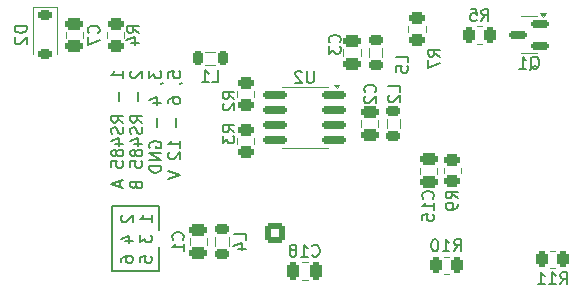
<source format=gbo>
G04 #@! TF.GenerationSoftware,KiCad,Pcbnew,8.0.5*
G04 #@! TF.CreationDate,2024-09-14T16:18:36+01:00*
G04 #@! TF.ProjectId,RotationEncoder,526f7461-7469-46f6-9e45-6e636f646572,rev?*
G04 #@! TF.SameCoordinates,Original*
G04 #@! TF.FileFunction,Legend,Bot*
G04 #@! TF.FilePolarity,Positive*
%FSLAX46Y46*%
G04 Gerber Fmt 4.6, Leading zero omitted, Abs format (unit mm)*
G04 Created by KiCad (PCBNEW 8.0.5) date 2024-09-14 16:18:36*
%MOMM*%
%LPD*%
G01*
G04 APERTURE LIST*
G04 Aperture macros list*
%AMRoundRect*
0 Rectangle with rounded corners*
0 $1 Rounding radius*
0 $2 $3 $4 $5 $6 $7 $8 $9 X,Y pos of 4 corners*
0 Add a 4 corners polygon primitive as box body*
4,1,4,$2,$3,$4,$5,$6,$7,$8,$9,$2,$3,0*
0 Add four circle primitives for the rounded corners*
1,1,$1+$1,$2,$3*
1,1,$1+$1,$4,$5*
1,1,$1+$1,$6,$7*
1,1,$1+$1,$8,$9*
0 Add four rect primitives between the rounded corners*
20,1,$1+$1,$2,$3,$4,$5,0*
20,1,$1+$1,$4,$5,$6,$7,0*
20,1,$1+$1,$6,$7,$8,$9,0*
20,1,$1+$1,$8,$9,$2,$3,0*%
G04 Aperture macros list end*
%ADD10C,0.150000*%
%ADD11C,0.120000*%
%ADD12C,3.200000*%
%ADD13RoundRect,0.250000X0.600000X-0.600000X0.600000X0.600000X-0.600000X0.600000X-0.600000X-0.600000X0*%
%ADD14C,1.700000*%
%ADD15R,1.700000X1.700000*%
%ADD16O,1.700000X1.700000*%
%ADD17RoundRect,0.250000X0.450000X-0.262500X0.450000X0.262500X-0.450000X0.262500X-0.450000X-0.262500X0*%
%ADD18RoundRect,0.218750X0.381250X-0.218750X0.381250X0.218750X-0.381250X0.218750X-0.381250X-0.218750X0*%
%ADD19RoundRect,0.250000X0.475000X-0.250000X0.475000X0.250000X-0.475000X0.250000X-0.475000X-0.250000X0*%
%ADD20RoundRect,0.150000X0.587500X0.150000X-0.587500X0.150000X-0.587500X-0.150000X0.587500X-0.150000X0*%
%ADD21RoundRect,0.250000X0.262500X0.450000X-0.262500X0.450000X-0.262500X-0.450000X0.262500X-0.450000X0*%
%ADD22RoundRect,0.250000X-0.475000X0.250000X-0.475000X-0.250000X0.475000X-0.250000X0.475000X0.250000X0*%
%ADD23RoundRect,0.150000X0.825000X0.150000X-0.825000X0.150000X-0.825000X-0.150000X0.825000X-0.150000X0*%
%ADD24RoundRect,0.225000X-0.375000X0.225000X-0.375000X-0.225000X0.375000X-0.225000X0.375000X0.225000X0*%
%ADD25RoundRect,0.250000X-0.450000X0.262500X-0.450000X-0.262500X0.450000X-0.262500X0.450000X0.262500X0*%
%ADD26RoundRect,0.218750X-0.381250X0.218750X-0.381250X-0.218750X0.381250X-0.218750X0.381250X0.218750X0*%
%ADD27RoundRect,0.250000X-0.262500X-0.450000X0.262500X-0.450000X0.262500X0.450000X-0.262500X0.450000X0*%
%ADD28RoundRect,0.218750X-0.218750X-0.381250X0.218750X-0.381250X0.218750X0.381250X-0.218750X0.381250X0*%
%ADD29RoundRect,0.250000X0.250000X0.475000X-0.250000X0.475000X-0.250000X-0.475000X0.250000X-0.475000X0*%
G04 APERTURE END LIST*
D10*
X132700000Y-101000000D02*
X132700000Y-103000000D01*
X128700000Y-97500000D02*
X132700000Y-97500000D01*
X132700000Y-103000000D02*
X128700000Y-103000000D01*
X132700000Y-97500000D02*
X132700000Y-99500000D01*
X128700000Y-103000000D02*
X128700000Y-97500000D01*
X129639987Y-86660588D02*
X129639987Y-86089160D01*
X129639987Y-86374874D02*
X128639987Y-86374874D01*
X128639987Y-86374874D02*
X128782844Y-86279636D01*
X128782844Y-86279636D02*
X128878082Y-86184398D01*
X128878082Y-86184398D02*
X128925701Y-86089160D01*
X129259034Y-87851065D02*
X129259034Y-88612970D01*
X129639987Y-90422493D02*
X129163796Y-90089160D01*
X129639987Y-89851065D02*
X128639987Y-89851065D01*
X128639987Y-89851065D02*
X128639987Y-90232017D01*
X128639987Y-90232017D02*
X128687606Y-90327255D01*
X128687606Y-90327255D02*
X128735225Y-90374874D01*
X128735225Y-90374874D02*
X128830463Y-90422493D01*
X128830463Y-90422493D02*
X128973320Y-90422493D01*
X128973320Y-90422493D02*
X129068558Y-90374874D01*
X129068558Y-90374874D02*
X129116177Y-90327255D01*
X129116177Y-90327255D02*
X129163796Y-90232017D01*
X129163796Y-90232017D02*
X129163796Y-89851065D01*
X129592368Y-90803446D02*
X129639987Y-90946303D01*
X129639987Y-90946303D02*
X129639987Y-91184398D01*
X129639987Y-91184398D02*
X129592368Y-91279636D01*
X129592368Y-91279636D02*
X129544748Y-91327255D01*
X129544748Y-91327255D02*
X129449510Y-91374874D01*
X129449510Y-91374874D02*
X129354272Y-91374874D01*
X129354272Y-91374874D02*
X129259034Y-91327255D01*
X129259034Y-91327255D02*
X129211415Y-91279636D01*
X129211415Y-91279636D02*
X129163796Y-91184398D01*
X129163796Y-91184398D02*
X129116177Y-90993922D01*
X129116177Y-90993922D02*
X129068558Y-90898684D01*
X129068558Y-90898684D02*
X129020939Y-90851065D01*
X129020939Y-90851065D02*
X128925701Y-90803446D01*
X128925701Y-90803446D02*
X128830463Y-90803446D01*
X128830463Y-90803446D02*
X128735225Y-90851065D01*
X128735225Y-90851065D02*
X128687606Y-90898684D01*
X128687606Y-90898684D02*
X128639987Y-90993922D01*
X128639987Y-90993922D02*
X128639987Y-91232017D01*
X128639987Y-91232017D02*
X128687606Y-91374874D01*
X128973320Y-92232017D02*
X129639987Y-92232017D01*
X128592368Y-91993922D02*
X129306653Y-91755827D01*
X129306653Y-91755827D02*
X129306653Y-92374874D01*
X129068558Y-92898684D02*
X129020939Y-92803446D01*
X129020939Y-92803446D02*
X128973320Y-92755827D01*
X128973320Y-92755827D02*
X128878082Y-92708208D01*
X128878082Y-92708208D02*
X128830463Y-92708208D01*
X128830463Y-92708208D02*
X128735225Y-92755827D01*
X128735225Y-92755827D02*
X128687606Y-92803446D01*
X128687606Y-92803446D02*
X128639987Y-92898684D01*
X128639987Y-92898684D02*
X128639987Y-93089160D01*
X128639987Y-93089160D02*
X128687606Y-93184398D01*
X128687606Y-93184398D02*
X128735225Y-93232017D01*
X128735225Y-93232017D02*
X128830463Y-93279636D01*
X128830463Y-93279636D02*
X128878082Y-93279636D01*
X128878082Y-93279636D02*
X128973320Y-93232017D01*
X128973320Y-93232017D02*
X129020939Y-93184398D01*
X129020939Y-93184398D02*
X129068558Y-93089160D01*
X129068558Y-93089160D02*
X129068558Y-92898684D01*
X129068558Y-92898684D02*
X129116177Y-92803446D01*
X129116177Y-92803446D02*
X129163796Y-92755827D01*
X129163796Y-92755827D02*
X129259034Y-92708208D01*
X129259034Y-92708208D02*
X129449510Y-92708208D01*
X129449510Y-92708208D02*
X129544748Y-92755827D01*
X129544748Y-92755827D02*
X129592368Y-92803446D01*
X129592368Y-92803446D02*
X129639987Y-92898684D01*
X129639987Y-92898684D02*
X129639987Y-93089160D01*
X129639987Y-93089160D02*
X129592368Y-93184398D01*
X129592368Y-93184398D02*
X129544748Y-93232017D01*
X129544748Y-93232017D02*
X129449510Y-93279636D01*
X129449510Y-93279636D02*
X129259034Y-93279636D01*
X129259034Y-93279636D02*
X129163796Y-93232017D01*
X129163796Y-93232017D02*
X129116177Y-93184398D01*
X129116177Y-93184398D02*
X129068558Y-93089160D01*
X128639987Y-94184398D02*
X128639987Y-93708208D01*
X128639987Y-93708208D02*
X129116177Y-93660589D01*
X129116177Y-93660589D02*
X129068558Y-93708208D01*
X129068558Y-93708208D02*
X129020939Y-93803446D01*
X129020939Y-93803446D02*
X129020939Y-94041541D01*
X129020939Y-94041541D02*
X129068558Y-94136779D01*
X129068558Y-94136779D02*
X129116177Y-94184398D01*
X129116177Y-94184398D02*
X129211415Y-94232017D01*
X129211415Y-94232017D02*
X129449510Y-94232017D01*
X129449510Y-94232017D02*
X129544748Y-94184398D01*
X129544748Y-94184398D02*
X129592368Y-94136779D01*
X129592368Y-94136779D02*
X129639987Y-94041541D01*
X129639987Y-94041541D02*
X129639987Y-93803446D01*
X129639987Y-93803446D02*
X129592368Y-93708208D01*
X129592368Y-93708208D02*
X129544748Y-93660589D01*
X129354272Y-95374875D02*
X129354272Y-95851065D01*
X129639987Y-95279637D02*
X128639987Y-95612970D01*
X128639987Y-95612970D02*
X129639987Y-95946303D01*
X130345169Y-86089160D02*
X130297550Y-86136779D01*
X130297550Y-86136779D02*
X130249931Y-86232017D01*
X130249931Y-86232017D02*
X130249931Y-86470112D01*
X130249931Y-86470112D02*
X130297550Y-86565350D01*
X130297550Y-86565350D02*
X130345169Y-86612969D01*
X130345169Y-86612969D02*
X130440407Y-86660588D01*
X130440407Y-86660588D02*
X130535645Y-86660588D01*
X130535645Y-86660588D02*
X130678502Y-86612969D01*
X130678502Y-86612969D02*
X131249931Y-86041541D01*
X131249931Y-86041541D02*
X131249931Y-86660588D01*
X130868978Y-87851065D02*
X130868978Y-88612970D01*
X131249931Y-90422493D02*
X130773740Y-90089160D01*
X131249931Y-89851065D02*
X130249931Y-89851065D01*
X130249931Y-89851065D02*
X130249931Y-90232017D01*
X130249931Y-90232017D02*
X130297550Y-90327255D01*
X130297550Y-90327255D02*
X130345169Y-90374874D01*
X130345169Y-90374874D02*
X130440407Y-90422493D01*
X130440407Y-90422493D02*
X130583264Y-90422493D01*
X130583264Y-90422493D02*
X130678502Y-90374874D01*
X130678502Y-90374874D02*
X130726121Y-90327255D01*
X130726121Y-90327255D02*
X130773740Y-90232017D01*
X130773740Y-90232017D02*
X130773740Y-89851065D01*
X131202312Y-90803446D02*
X131249931Y-90946303D01*
X131249931Y-90946303D02*
X131249931Y-91184398D01*
X131249931Y-91184398D02*
X131202312Y-91279636D01*
X131202312Y-91279636D02*
X131154692Y-91327255D01*
X131154692Y-91327255D02*
X131059454Y-91374874D01*
X131059454Y-91374874D02*
X130964216Y-91374874D01*
X130964216Y-91374874D02*
X130868978Y-91327255D01*
X130868978Y-91327255D02*
X130821359Y-91279636D01*
X130821359Y-91279636D02*
X130773740Y-91184398D01*
X130773740Y-91184398D02*
X130726121Y-90993922D01*
X130726121Y-90993922D02*
X130678502Y-90898684D01*
X130678502Y-90898684D02*
X130630883Y-90851065D01*
X130630883Y-90851065D02*
X130535645Y-90803446D01*
X130535645Y-90803446D02*
X130440407Y-90803446D01*
X130440407Y-90803446D02*
X130345169Y-90851065D01*
X130345169Y-90851065D02*
X130297550Y-90898684D01*
X130297550Y-90898684D02*
X130249931Y-90993922D01*
X130249931Y-90993922D02*
X130249931Y-91232017D01*
X130249931Y-91232017D02*
X130297550Y-91374874D01*
X130583264Y-92232017D02*
X131249931Y-92232017D01*
X130202312Y-91993922D02*
X130916597Y-91755827D01*
X130916597Y-91755827D02*
X130916597Y-92374874D01*
X130678502Y-92898684D02*
X130630883Y-92803446D01*
X130630883Y-92803446D02*
X130583264Y-92755827D01*
X130583264Y-92755827D02*
X130488026Y-92708208D01*
X130488026Y-92708208D02*
X130440407Y-92708208D01*
X130440407Y-92708208D02*
X130345169Y-92755827D01*
X130345169Y-92755827D02*
X130297550Y-92803446D01*
X130297550Y-92803446D02*
X130249931Y-92898684D01*
X130249931Y-92898684D02*
X130249931Y-93089160D01*
X130249931Y-93089160D02*
X130297550Y-93184398D01*
X130297550Y-93184398D02*
X130345169Y-93232017D01*
X130345169Y-93232017D02*
X130440407Y-93279636D01*
X130440407Y-93279636D02*
X130488026Y-93279636D01*
X130488026Y-93279636D02*
X130583264Y-93232017D01*
X130583264Y-93232017D02*
X130630883Y-93184398D01*
X130630883Y-93184398D02*
X130678502Y-93089160D01*
X130678502Y-93089160D02*
X130678502Y-92898684D01*
X130678502Y-92898684D02*
X130726121Y-92803446D01*
X130726121Y-92803446D02*
X130773740Y-92755827D01*
X130773740Y-92755827D02*
X130868978Y-92708208D01*
X130868978Y-92708208D02*
X131059454Y-92708208D01*
X131059454Y-92708208D02*
X131154692Y-92755827D01*
X131154692Y-92755827D02*
X131202312Y-92803446D01*
X131202312Y-92803446D02*
X131249931Y-92898684D01*
X131249931Y-92898684D02*
X131249931Y-93089160D01*
X131249931Y-93089160D02*
X131202312Y-93184398D01*
X131202312Y-93184398D02*
X131154692Y-93232017D01*
X131154692Y-93232017D02*
X131059454Y-93279636D01*
X131059454Y-93279636D02*
X130868978Y-93279636D01*
X130868978Y-93279636D02*
X130773740Y-93232017D01*
X130773740Y-93232017D02*
X130726121Y-93184398D01*
X130726121Y-93184398D02*
X130678502Y-93089160D01*
X130249931Y-94184398D02*
X130249931Y-93708208D01*
X130249931Y-93708208D02*
X130726121Y-93660589D01*
X130726121Y-93660589D02*
X130678502Y-93708208D01*
X130678502Y-93708208D02*
X130630883Y-93803446D01*
X130630883Y-93803446D02*
X130630883Y-94041541D01*
X130630883Y-94041541D02*
X130678502Y-94136779D01*
X130678502Y-94136779D02*
X130726121Y-94184398D01*
X130726121Y-94184398D02*
X130821359Y-94232017D01*
X130821359Y-94232017D02*
X131059454Y-94232017D01*
X131059454Y-94232017D02*
X131154692Y-94184398D01*
X131154692Y-94184398D02*
X131202312Y-94136779D01*
X131202312Y-94136779D02*
X131249931Y-94041541D01*
X131249931Y-94041541D02*
X131249931Y-93803446D01*
X131249931Y-93803446D02*
X131202312Y-93708208D01*
X131202312Y-93708208D02*
X131154692Y-93660589D01*
X130726121Y-95755827D02*
X130773740Y-95898684D01*
X130773740Y-95898684D02*
X130821359Y-95946303D01*
X130821359Y-95946303D02*
X130916597Y-95993922D01*
X130916597Y-95993922D02*
X131059454Y-95993922D01*
X131059454Y-95993922D02*
X131154692Y-95946303D01*
X131154692Y-95946303D02*
X131202312Y-95898684D01*
X131202312Y-95898684D02*
X131249931Y-95803446D01*
X131249931Y-95803446D02*
X131249931Y-95422494D01*
X131249931Y-95422494D02*
X130249931Y-95422494D01*
X130249931Y-95422494D02*
X130249931Y-95755827D01*
X130249931Y-95755827D02*
X130297550Y-95851065D01*
X130297550Y-95851065D02*
X130345169Y-95898684D01*
X130345169Y-95898684D02*
X130440407Y-95946303D01*
X130440407Y-95946303D02*
X130535645Y-95946303D01*
X130535645Y-95946303D02*
X130630883Y-95898684D01*
X130630883Y-95898684D02*
X130678502Y-95851065D01*
X130678502Y-95851065D02*
X130726121Y-95755827D01*
X130726121Y-95755827D02*
X130726121Y-95422494D01*
X131859875Y-86041541D02*
X131859875Y-86660588D01*
X131859875Y-86660588D02*
X132240827Y-86327255D01*
X132240827Y-86327255D02*
X132240827Y-86470112D01*
X132240827Y-86470112D02*
X132288446Y-86565350D01*
X132288446Y-86565350D02*
X132336065Y-86612969D01*
X132336065Y-86612969D02*
X132431303Y-86660588D01*
X132431303Y-86660588D02*
X132669398Y-86660588D01*
X132669398Y-86660588D02*
X132764636Y-86612969D01*
X132764636Y-86612969D02*
X132812256Y-86565350D01*
X132812256Y-86565350D02*
X132859875Y-86470112D01*
X132859875Y-86470112D02*
X132859875Y-86184398D01*
X132859875Y-86184398D02*
X132812256Y-86089160D01*
X132812256Y-86089160D02*
X132764636Y-86041541D01*
X132812256Y-87136779D02*
X132859875Y-87136779D01*
X132859875Y-87136779D02*
X132955113Y-87089160D01*
X132955113Y-87089160D02*
X133002732Y-87041541D01*
X132193208Y-88755826D02*
X132859875Y-88755826D01*
X131812256Y-88517731D02*
X132526541Y-88279636D01*
X132526541Y-88279636D02*
X132526541Y-88898683D01*
X132478922Y-90041541D02*
X132478922Y-90803446D01*
X131907494Y-92565350D02*
X131859875Y-92470112D01*
X131859875Y-92470112D02*
X131859875Y-92327255D01*
X131859875Y-92327255D02*
X131907494Y-92184398D01*
X131907494Y-92184398D02*
X132002732Y-92089160D01*
X132002732Y-92089160D02*
X132097970Y-92041541D01*
X132097970Y-92041541D02*
X132288446Y-91993922D01*
X132288446Y-91993922D02*
X132431303Y-91993922D01*
X132431303Y-91993922D02*
X132621779Y-92041541D01*
X132621779Y-92041541D02*
X132717017Y-92089160D01*
X132717017Y-92089160D02*
X132812256Y-92184398D01*
X132812256Y-92184398D02*
X132859875Y-92327255D01*
X132859875Y-92327255D02*
X132859875Y-92422493D01*
X132859875Y-92422493D02*
X132812256Y-92565350D01*
X132812256Y-92565350D02*
X132764636Y-92612969D01*
X132764636Y-92612969D02*
X132431303Y-92612969D01*
X132431303Y-92612969D02*
X132431303Y-92422493D01*
X132859875Y-93041541D02*
X131859875Y-93041541D01*
X131859875Y-93041541D02*
X132859875Y-93612969D01*
X132859875Y-93612969D02*
X131859875Y-93612969D01*
X132859875Y-94089160D02*
X131859875Y-94089160D01*
X131859875Y-94089160D02*
X131859875Y-94327255D01*
X131859875Y-94327255D02*
X131907494Y-94470112D01*
X131907494Y-94470112D02*
X132002732Y-94565350D01*
X132002732Y-94565350D02*
X132097970Y-94612969D01*
X132097970Y-94612969D02*
X132288446Y-94660588D01*
X132288446Y-94660588D02*
X132431303Y-94660588D01*
X132431303Y-94660588D02*
X132621779Y-94612969D01*
X132621779Y-94612969D02*
X132717017Y-94565350D01*
X132717017Y-94565350D02*
X132812256Y-94470112D01*
X132812256Y-94470112D02*
X132859875Y-94327255D01*
X132859875Y-94327255D02*
X132859875Y-94089160D01*
X133469819Y-86612969D02*
X133469819Y-86136779D01*
X133469819Y-86136779D02*
X133946009Y-86089160D01*
X133946009Y-86089160D02*
X133898390Y-86136779D01*
X133898390Y-86136779D02*
X133850771Y-86232017D01*
X133850771Y-86232017D02*
X133850771Y-86470112D01*
X133850771Y-86470112D02*
X133898390Y-86565350D01*
X133898390Y-86565350D02*
X133946009Y-86612969D01*
X133946009Y-86612969D02*
X134041247Y-86660588D01*
X134041247Y-86660588D02*
X134279342Y-86660588D01*
X134279342Y-86660588D02*
X134374580Y-86612969D01*
X134374580Y-86612969D02*
X134422200Y-86565350D01*
X134422200Y-86565350D02*
X134469819Y-86470112D01*
X134469819Y-86470112D02*
X134469819Y-86232017D01*
X134469819Y-86232017D02*
X134422200Y-86136779D01*
X134422200Y-86136779D02*
X134374580Y-86089160D01*
X134422200Y-87136779D02*
X134469819Y-87136779D01*
X134469819Y-87136779D02*
X134565057Y-87089160D01*
X134565057Y-87089160D02*
X134612676Y-87041541D01*
X133469819Y-88755826D02*
X133469819Y-88565350D01*
X133469819Y-88565350D02*
X133517438Y-88470112D01*
X133517438Y-88470112D02*
X133565057Y-88422493D01*
X133565057Y-88422493D02*
X133707914Y-88327255D01*
X133707914Y-88327255D02*
X133898390Y-88279636D01*
X133898390Y-88279636D02*
X134279342Y-88279636D01*
X134279342Y-88279636D02*
X134374580Y-88327255D01*
X134374580Y-88327255D02*
X134422200Y-88374874D01*
X134422200Y-88374874D02*
X134469819Y-88470112D01*
X134469819Y-88470112D02*
X134469819Y-88660588D01*
X134469819Y-88660588D02*
X134422200Y-88755826D01*
X134422200Y-88755826D02*
X134374580Y-88803445D01*
X134374580Y-88803445D02*
X134279342Y-88851064D01*
X134279342Y-88851064D02*
X134041247Y-88851064D01*
X134041247Y-88851064D02*
X133946009Y-88803445D01*
X133946009Y-88803445D02*
X133898390Y-88755826D01*
X133898390Y-88755826D02*
X133850771Y-88660588D01*
X133850771Y-88660588D02*
X133850771Y-88470112D01*
X133850771Y-88470112D02*
X133898390Y-88374874D01*
X133898390Y-88374874D02*
X133946009Y-88327255D01*
X133946009Y-88327255D02*
X134041247Y-88279636D01*
X134088866Y-90041541D02*
X134088866Y-90803446D01*
X134469819Y-92565350D02*
X134469819Y-91993922D01*
X134469819Y-92279636D02*
X133469819Y-92279636D01*
X133469819Y-92279636D02*
X133612676Y-92184398D01*
X133612676Y-92184398D02*
X133707914Y-92089160D01*
X133707914Y-92089160D02*
X133755533Y-91993922D01*
X133565057Y-92946303D02*
X133517438Y-92993922D01*
X133517438Y-92993922D02*
X133469819Y-93089160D01*
X133469819Y-93089160D02*
X133469819Y-93327255D01*
X133469819Y-93327255D02*
X133517438Y-93422493D01*
X133517438Y-93422493D02*
X133565057Y-93470112D01*
X133565057Y-93470112D02*
X133660295Y-93517731D01*
X133660295Y-93517731D02*
X133755533Y-93517731D01*
X133755533Y-93517731D02*
X133898390Y-93470112D01*
X133898390Y-93470112D02*
X134469819Y-92898684D01*
X134469819Y-92898684D02*
X134469819Y-93517731D01*
X133469819Y-94565351D02*
X134469819Y-94898684D01*
X134469819Y-94898684D02*
X133469819Y-95232017D01*
X129555113Y-98289160D02*
X129507494Y-98336779D01*
X129507494Y-98336779D02*
X129459875Y-98432017D01*
X129459875Y-98432017D02*
X129459875Y-98670112D01*
X129459875Y-98670112D02*
X129507494Y-98765350D01*
X129507494Y-98765350D02*
X129555113Y-98812969D01*
X129555113Y-98812969D02*
X129650351Y-98860588D01*
X129650351Y-98860588D02*
X129745589Y-98860588D01*
X129745589Y-98860588D02*
X129888446Y-98812969D01*
X129888446Y-98812969D02*
X130459875Y-98241541D01*
X130459875Y-98241541D02*
X130459875Y-98860588D01*
X129793208Y-100479636D02*
X130459875Y-100479636D01*
X129412256Y-100241541D02*
X130126541Y-100003446D01*
X130126541Y-100003446D02*
X130126541Y-100622493D01*
X129459875Y-102193922D02*
X129459875Y-102003446D01*
X129459875Y-102003446D02*
X129507494Y-101908208D01*
X129507494Y-101908208D02*
X129555113Y-101860589D01*
X129555113Y-101860589D02*
X129697970Y-101765351D01*
X129697970Y-101765351D02*
X129888446Y-101717732D01*
X129888446Y-101717732D02*
X130269398Y-101717732D01*
X130269398Y-101717732D02*
X130364636Y-101765351D01*
X130364636Y-101765351D02*
X130412256Y-101812970D01*
X130412256Y-101812970D02*
X130459875Y-101908208D01*
X130459875Y-101908208D02*
X130459875Y-102098684D01*
X130459875Y-102098684D02*
X130412256Y-102193922D01*
X130412256Y-102193922D02*
X130364636Y-102241541D01*
X130364636Y-102241541D02*
X130269398Y-102289160D01*
X130269398Y-102289160D02*
X130031303Y-102289160D01*
X130031303Y-102289160D02*
X129936065Y-102241541D01*
X129936065Y-102241541D02*
X129888446Y-102193922D01*
X129888446Y-102193922D02*
X129840827Y-102098684D01*
X129840827Y-102098684D02*
X129840827Y-101908208D01*
X129840827Y-101908208D02*
X129888446Y-101812970D01*
X129888446Y-101812970D02*
X129936065Y-101765351D01*
X129936065Y-101765351D02*
X130031303Y-101717732D01*
X132069819Y-98860588D02*
X132069819Y-98289160D01*
X132069819Y-98574874D02*
X131069819Y-98574874D01*
X131069819Y-98574874D02*
X131212676Y-98479636D01*
X131212676Y-98479636D02*
X131307914Y-98384398D01*
X131307914Y-98384398D02*
X131355533Y-98289160D01*
X131069819Y-99955827D02*
X131069819Y-100574874D01*
X131069819Y-100574874D02*
X131450771Y-100241541D01*
X131450771Y-100241541D02*
X131450771Y-100384398D01*
X131450771Y-100384398D02*
X131498390Y-100479636D01*
X131498390Y-100479636D02*
X131546009Y-100527255D01*
X131546009Y-100527255D02*
X131641247Y-100574874D01*
X131641247Y-100574874D02*
X131879342Y-100574874D01*
X131879342Y-100574874D02*
X131974580Y-100527255D01*
X131974580Y-100527255D02*
X132022200Y-100479636D01*
X132022200Y-100479636D02*
X132069819Y-100384398D01*
X132069819Y-100384398D02*
X132069819Y-100098684D01*
X132069819Y-100098684D02*
X132022200Y-100003446D01*
X132022200Y-100003446D02*
X131974580Y-99955827D01*
X131069819Y-102241541D02*
X131069819Y-101765351D01*
X131069819Y-101765351D02*
X131546009Y-101717732D01*
X131546009Y-101717732D02*
X131498390Y-101765351D01*
X131498390Y-101765351D02*
X131450771Y-101860589D01*
X131450771Y-101860589D02*
X131450771Y-102098684D01*
X131450771Y-102098684D02*
X131498390Y-102193922D01*
X131498390Y-102193922D02*
X131546009Y-102241541D01*
X131546009Y-102241541D02*
X131641247Y-102289160D01*
X131641247Y-102289160D02*
X131879342Y-102289160D01*
X131879342Y-102289160D02*
X131974580Y-102241541D01*
X131974580Y-102241541D02*
X132022200Y-102193922D01*
X132022200Y-102193922D02*
X132069819Y-102098684D01*
X132069819Y-102098684D02*
X132069819Y-101860589D01*
X132069819Y-101860589D02*
X132022200Y-101765351D01*
X132022200Y-101765351D02*
X131974580Y-101717732D01*
X139054819Y-91233333D02*
X138578628Y-90900000D01*
X139054819Y-90661905D02*
X138054819Y-90661905D01*
X138054819Y-90661905D02*
X138054819Y-91042857D01*
X138054819Y-91042857D02*
X138102438Y-91138095D01*
X138102438Y-91138095D02*
X138150057Y-91185714D01*
X138150057Y-91185714D02*
X138245295Y-91233333D01*
X138245295Y-91233333D02*
X138388152Y-91233333D01*
X138388152Y-91233333D02*
X138483390Y-91185714D01*
X138483390Y-91185714D02*
X138531009Y-91138095D01*
X138531009Y-91138095D02*
X138578628Y-91042857D01*
X138578628Y-91042857D02*
X138578628Y-90661905D01*
X138054819Y-91566667D02*
X138054819Y-92185714D01*
X138054819Y-92185714D02*
X138435771Y-91852381D01*
X138435771Y-91852381D02*
X138435771Y-91995238D01*
X138435771Y-91995238D02*
X138483390Y-92090476D01*
X138483390Y-92090476D02*
X138531009Y-92138095D01*
X138531009Y-92138095D02*
X138626247Y-92185714D01*
X138626247Y-92185714D02*
X138864342Y-92185714D01*
X138864342Y-92185714D02*
X138959580Y-92138095D01*
X138959580Y-92138095D02*
X139007200Y-92090476D01*
X139007200Y-92090476D02*
X139054819Y-91995238D01*
X139054819Y-91995238D02*
X139054819Y-91709524D01*
X139054819Y-91709524D02*
X139007200Y-91614286D01*
X139007200Y-91614286D02*
X138959580Y-91566667D01*
X140004819Y-100333333D02*
X140004819Y-99857143D01*
X140004819Y-99857143D02*
X139004819Y-99857143D01*
X139338152Y-101095238D02*
X140004819Y-101095238D01*
X138957200Y-100857143D02*
X139671485Y-100619048D01*
X139671485Y-100619048D02*
X139671485Y-101238095D01*
X127539580Y-82833333D02*
X127587200Y-82785714D01*
X127587200Y-82785714D02*
X127634819Y-82642857D01*
X127634819Y-82642857D02*
X127634819Y-82547619D01*
X127634819Y-82547619D02*
X127587200Y-82404762D01*
X127587200Y-82404762D02*
X127491961Y-82309524D01*
X127491961Y-82309524D02*
X127396723Y-82261905D01*
X127396723Y-82261905D02*
X127206247Y-82214286D01*
X127206247Y-82214286D02*
X127063390Y-82214286D01*
X127063390Y-82214286D02*
X126872914Y-82261905D01*
X126872914Y-82261905D02*
X126777676Y-82309524D01*
X126777676Y-82309524D02*
X126682438Y-82404762D01*
X126682438Y-82404762D02*
X126634819Y-82547619D01*
X126634819Y-82547619D02*
X126634819Y-82642857D01*
X126634819Y-82642857D02*
X126682438Y-82785714D01*
X126682438Y-82785714D02*
X126730057Y-82833333D01*
X126634819Y-83166667D02*
X126634819Y-83833333D01*
X126634819Y-83833333D02*
X127634819Y-83404762D01*
X164095238Y-85950057D02*
X164190476Y-85902438D01*
X164190476Y-85902438D02*
X164285714Y-85807200D01*
X164285714Y-85807200D02*
X164428571Y-85664342D01*
X164428571Y-85664342D02*
X164523809Y-85616723D01*
X164523809Y-85616723D02*
X164619047Y-85616723D01*
X164571428Y-85854819D02*
X164666666Y-85807200D01*
X164666666Y-85807200D02*
X164761904Y-85711961D01*
X164761904Y-85711961D02*
X164809523Y-85521485D01*
X164809523Y-85521485D02*
X164809523Y-85188152D01*
X164809523Y-85188152D02*
X164761904Y-84997676D01*
X164761904Y-84997676D02*
X164666666Y-84902438D01*
X164666666Y-84902438D02*
X164571428Y-84854819D01*
X164571428Y-84854819D02*
X164380952Y-84854819D01*
X164380952Y-84854819D02*
X164285714Y-84902438D01*
X164285714Y-84902438D02*
X164190476Y-84997676D01*
X164190476Y-84997676D02*
X164142857Y-85188152D01*
X164142857Y-85188152D02*
X164142857Y-85521485D01*
X164142857Y-85521485D02*
X164190476Y-85711961D01*
X164190476Y-85711961D02*
X164285714Y-85807200D01*
X164285714Y-85807200D02*
X164380952Y-85854819D01*
X164380952Y-85854819D02*
X164571428Y-85854819D01*
X163190476Y-85854819D02*
X163761904Y-85854819D01*
X163476190Y-85854819D02*
X163476190Y-84854819D01*
X163476190Y-84854819D02*
X163571428Y-84997676D01*
X163571428Y-84997676D02*
X163666666Y-85092914D01*
X163666666Y-85092914D02*
X163761904Y-85140533D01*
X159966666Y-81804819D02*
X160299999Y-81328628D01*
X160538094Y-81804819D02*
X160538094Y-80804819D01*
X160538094Y-80804819D02*
X160157142Y-80804819D01*
X160157142Y-80804819D02*
X160061904Y-80852438D01*
X160061904Y-80852438D02*
X160014285Y-80900057D01*
X160014285Y-80900057D02*
X159966666Y-80995295D01*
X159966666Y-80995295D02*
X159966666Y-81138152D01*
X159966666Y-81138152D02*
X160014285Y-81233390D01*
X160014285Y-81233390D02*
X160061904Y-81281009D01*
X160061904Y-81281009D02*
X160157142Y-81328628D01*
X160157142Y-81328628D02*
X160538094Y-81328628D01*
X159061904Y-80804819D02*
X159538094Y-80804819D01*
X159538094Y-80804819D02*
X159585713Y-81281009D01*
X159585713Y-81281009D02*
X159538094Y-81233390D01*
X159538094Y-81233390D02*
X159442856Y-81185771D01*
X159442856Y-81185771D02*
X159204761Y-81185771D01*
X159204761Y-81185771D02*
X159109523Y-81233390D01*
X159109523Y-81233390D02*
X159061904Y-81281009D01*
X159061904Y-81281009D02*
X159014285Y-81376247D01*
X159014285Y-81376247D02*
X159014285Y-81614342D01*
X159014285Y-81614342D02*
X159061904Y-81709580D01*
X159061904Y-81709580D02*
X159109523Y-81757200D01*
X159109523Y-81757200D02*
X159204761Y-81804819D01*
X159204761Y-81804819D02*
X159442856Y-81804819D01*
X159442856Y-81804819D02*
X159538094Y-81757200D01*
X159538094Y-81757200D02*
X159585713Y-81709580D01*
X134679580Y-100333333D02*
X134727200Y-100285714D01*
X134727200Y-100285714D02*
X134774819Y-100142857D01*
X134774819Y-100142857D02*
X134774819Y-100047619D01*
X134774819Y-100047619D02*
X134727200Y-99904762D01*
X134727200Y-99904762D02*
X134631961Y-99809524D01*
X134631961Y-99809524D02*
X134536723Y-99761905D01*
X134536723Y-99761905D02*
X134346247Y-99714286D01*
X134346247Y-99714286D02*
X134203390Y-99714286D01*
X134203390Y-99714286D02*
X134012914Y-99761905D01*
X134012914Y-99761905D02*
X133917676Y-99809524D01*
X133917676Y-99809524D02*
X133822438Y-99904762D01*
X133822438Y-99904762D02*
X133774819Y-100047619D01*
X133774819Y-100047619D02*
X133774819Y-100142857D01*
X133774819Y-100142857D02*
X133822438Y-100285714D01*
X133822438Y-100285714D02*
X133870057Y-100333333D01*
X134774819Y-101285714D02*
X134774819Y-100714286D01*
X134774819Y-101000000D02*
X133774819Y-101000000D01*
X133774819Y-101000000D02*
X133917676Y-100904762D01*
X133917676Y-100904762D02*
X134012914Y-100809524D01*
X134012914Y-100809524D02*
X134060533Y-100714286D01*
X145761904Y-86054819D02*
X145761904Y-86864342D01*
X145761904Y-86864342D02*
X145714285Y-86959580D01*
X145714285Y-86959580D02*
X145666666Y-87007200D01*
X145666666Y-87007200D02*
X145571428Y-87054819D01*
X145571428Y-87054819D02*
X145380952Y-87054819D01*
X145380952Y-87054819D02*
X145285714Y-87007200D01*
X145285714Y-87007200D02*
X145238095Y-86959580D01*
X145238095Y-86959580D02*
X145190476Y-86864342D01*
X145190476Y-86864342D02*
X145190476Y-86054819D01*
X144761904Y-86150057D02*
X144714285Y-86102438D01*
X144714285Y-86102438D02*
X144619047Y-86054819D01*
X144619047Y-86054819D02*
X144380952Y-86054819D01*
X144380952Y-86054819D02*
X144285714Y-86102438D01*
X144285714Y-86102438D02*
X144238095Y-86150057D01*
X144238095Y-86150057D02*
X144190476Y-86245295D01*
X144190476Y-86245295D02*
X144190476Y-86340533D01*
X144190476Y-86340533D02*
X144238095Y-86483390D01*
X144238095Y-86483390D02*
X144809523Y-87054819D01*
X144809523Y-87054819D02*
X144190476Y-87054819D01*
X121454819Y-82261905D02*
X120454819Y-82261905D01*
X120454819Y-82261905D02*
X120454819Y-82500000D01*
X120454819Y-82500000D02*
X120502438Y-82642857D01*
X120502438Y-82642857D02*
X120597676Y-82738095D01*
X120597676Y-82738095D02*
X120692914Y-82785714D01*
X120692914Y-82785714D02*
X120883390Y-82833333D01*
X120883390Y-82833333D02*
X121026247Y-82833333D01*
X121026247Y-82833333D02*
X121216723Y-82785714D01*
X121216723Y-82785714D02*
X121311961Y-82738095D01*
X121311961Y-82738095D02*
X121407200Y-82642857D01*
X121407200Y-82642857D02*
X121454819Y-82500000D01*
X121454819Y-82500000D02*
X121454819Y-82261905D01*
X120550057Y-83214286D02*
X120502438Y-83261905D01*
X120502438Y-83261905D02*
X120454819Y-83357143D01*
X120454819Y-83357143D02*
X120454819Y-83595238D01*
X120454819Y-83595238D02*
X120502438Y-83690476D01*
X120502438Y-83690476D02*
X120550057Y-83738095D01*
X120550057Y-83738095D02*
X120645295Y-83785714D01*
X120645295Y-83785714D02*
X120740533Y-83785714D01*
X120740533Y-83785714D02*
X120883390Y-83738095D01*
X120883390Y-83738095D02*
X121454819Y-83166667D01*
X121454819Y-83166667D02*
X121454819Y-83785714D01*
X156454819Y-84833333D02*
X155978628Y-84500000D01*
X156454819Y-84261905D02*
X155454819Y-84261905D01*
X155454819Y-84261905D02*
X155454819Y-84642857D01*
X155454819Y-84642857D02*
X155502438Y-84738095D01*
X155502438Y-84738095D02*
X155550057Y-84785714D01*
X155550057Y-84785714D02*
X155645295Y-84833333D01*
X155645295Y-84833333D02*
X155788152Y-84833333D01*
X155788152Y-84833333D02*
X155883390Y-84785714D01*
X155883390Y-84785714D02*
X155931009Y-84738095D01*
X155931009Y-84738095D02*
X155978628Y-84642857D01*
X155978628Y-84642857D02*
X155978628Y-84261905D01*
X155454819Y-85166667D02*
X155454819Y-85833333D01*
X155454819Y-85833333D02*
X156454819Y-85404762D01*
X150959580Y-87833333D02*
X151007200Y-87785714D01*
X151007200Y-87785714D02*
X151054819Y-87642857D01*
X151054819Y-87642857D02*
X151054819Y-87547619D01*
X151054819Y-87547619D02*
X151007200Y-87404762D01*
X151007200Y-87404762D02*
X150911961Y-87309524D01*
X150911961Y-87309524D02*
X150816723Y-87261905D01*
X150816723Y-87261905D02*
X150626247Y-87214286D01*
X150626247Y-87214286D02*
X150483390Y-87214286D01*
X150483390Y-87214286D02*
X150292914Y-87261905D01*
X150292914Y-87261905D02*
X150197676Y-87309524D01*
X150197676Y-87309524D02*
X150102438Y-87404762D01*
X150102438Y-87404762D02*
X150054819Y-87547619D01*
X150054819Y-87547619D02*
X150054819Y-87642857D01*
X150054819Y-87642857D02*
X150102438Y-87785714D01*
X150102438Y-87785714D02*
X150150057Y-87833333D01*
X150150057Y-88214286D02*
X150102438Y-88261905D01*
X150102438Y-88261905D02*
X150054819Y-88357143D01*
X150054819Y-88357143D02*
X150054819Y-88595238D01*
X150054819Y-88595238D02*
X150102438Y-88690476D01*
X150102438Y-88690476D02*
X150150057Y-88738095D01*
X150150057Y-88738095D02*
X150245295Y-88785714D01*
X150245295Y-88785714D02*
X150340533Y-88785714D01*
X150340533Y-88785714D02*
X150483390Y-88738095D01*
X150483390Y-88738095D02*
X151054819Y-88166667D01*
X151054819Y-88166667D02*
X151054819Y-88785714D01*
X139054819Y-88433333D02*
X138578628Y-88100000D01*
X139054819Y-87861905D02*
X138054819Y-87861905D01*
X138054819Y-87861905D02*
X138054819Y-88242857D01*
X138054819Y-88242857D02*
X138102438Y-88338095D01*
X138102438Y-88338095D02*
X138150057Y-88385714D01*
X138150057Y-88385714D02*
X138245295Y-88433333D01*
X138245295Y-88433333D02*
X138388152Y-88433333D01*
X138388152Y-88433333D02*
X138483390Y-88385714D01*
X138483390Y-88385714D02*
X138531009Y-88338095D01*
X138531009Y-88338095D02*
X138578628Y-88242857D01*
X138578628Y-88242857D02*
X138578628Y-87861905D01*
X138150057Y-88814286D02*
X138102438Y-88861905D01*
X138102438Y-88861905D02*
X138054819Y-88957143D01*
X138054819Y-88957143D02*
X138054819Y-89195238D01*
X138054819Y-89195238D02*
X138102438Y-89290476D01*
X138102438Y-89290476D02*
X138150057Y-89338095D01*
X138150057Y-89338095D02*
X138245295Y-89385714D01*
X138245295Y-89385714D02*
X138340533Y-89385714D01*
X138340533Y-89385714D02*
X138483390Y-89338095D01*
X138483390Y-89338095D02*
X139054819Y-88766667D01*
X139054819Y-88766667D02*
X139054819Y-89385714D01*
X157642857Y-101304819D02*
X157976190Y-100828628D01*
X158214285Y-101304819D02*
X158214285Y-100304819D01*
X158214285Y-100304819D02*
X157833333Y-100304819D01*
X157833333Y-100304819D02*
X157738095Y-100352438D01*
X157738095Y-100352438D02*
X157690476Y-100400057D01*
X157690476Y-100400057D02*
X157642857Y-100495295D01*
X157642857Y-100495295D02*
X157642857Y-100638152D01*
X157642857Y-100638152D02*
X157690476Y-100733390D01*
X157690476Y-100733390D02*
X157738095Y-100781009D01*
X157738095Y-100781009D02*
X157833333Y-100828628D01*
X157833333Y-100828628D02*
X158214285Y-100828628D01*
X156690476Y-101304819D02*
X157261904Y-101304819D01*
X156976190Y-101304819D02*
X156976190Y-100304819D01*
X156976190Y-100304819D02*
X157071428Y-100447676D01*
X157071428Y-100447676D02*
X157166666Y-100542914D01*
X157166666Y-100542914D02*
X157261904Y-100590533D01*
X156071428Y-100304819D02*
X155976190Y-100304819D01*
X155976190Y-100304819D02*
X155880952Y-100352438D01*
X155880952Y-100352438D02*
X155833333Y-100400057D01*
X155833333Y-100400057D02*
X155785714Y-100495295D01*
X155785714Y-100495295D02*
X155738095Y-100685771D01*
X155738095Y-100685771D02*
X155738095Y-100923866D01*
X155738095Y-100923866D02*
X155785714Y-101114342D01*
X155785714Y-101114342D02*
X155833333Y-101209580D01*
X155833333Y-101209580D02*
X155880952Y-101257200D01*
X155880952Y-101257200D02*
X155976190Y-101304819D01*
X155976190Y-101304819D02*
X156071428Y-101304819D01*
X156071428Y-101304819D02*
X156166666Y-101257200D01*
X156166666Y-101257200D02*
X156214285Y-101209580D01*
X156214285Y-101209580D02*
X156261904Y-101114342D01*
X156261904Y-101114342D02*
X156309523Y-100923866D01*
X156309523Y-100923866D02*
X156309523Y-100685771D01*
X156309523Y-100685771D02*
X156261904Y-100495295D01*
X156261904Y-100495295D02*
X156214285Y-100400057D01*
X156214285Y-100400057D02*
X156166666Y-100352438D01*
X156166666Y-100352438D02*
X156071428Y-100304819D01*
X157954819Y-96833333D02*
X157478628Y-96500000D01*
X157954819Y-96261905D02*
X156954819Y-96261905D01*
X156954819Y-96261905D02*
X156954819Y-96642857D01*
X156954819Y-96642857D02*
X157002438Y-96738095D01*
X157002438Y-96738095D02*
X157050057Y-96785714D01*
X157050057Y-96785714D02*
X157145295Y-96833333D01*
X157145295Y-96833333D02*
X157288152Y-96833333D01*
X157288152Y-96833333D02*
X157383390Y-96785714D01*
X157383390Y-96785714D02*
X157431009Y-96738095D01*
X157431009Y-96738095D02*
X157478628Y-96642857D01*
X157478628Y-96642857D02*
X157478628Y-96261905D01*
X157954819Y-97309524D02*
X157954819Y-97500000D01*
X157954819Y-97500000D02*
X157907200Y-97595238D01*
X157907200Y-97595238D02*
X157859580Y-97642857D01*
X157859580Y-97642857D02*
X157716723Y-97738095D01*
X157716723Y-97738095D02*
X157526247Y-97785714D01*
X157526247Y-97785714D02*
X157145295Y-97785714D01*
X157145295Y-97785714D02*
X157050057Y-97738095D01*
X157050057Y-97738095D02*
X157002438Y-97690476D01*
X157002438Y-97690476D02*
X156954819Y-97595238D01*
X156954819Y-97595238D02*
X156954819Y-97404762D01*
X156954819Y-97404762D02*
X157002438Y-97309524D01*
X157002438Y-97309524D02*
X157050057Y-97261905D01*
X157050057Y-97261905D02*
X157145295Y-97214286D01*
X157145295Y-97214286D02*
X157383390Y-97214286D01*
X157383390Y-97214286D02*
X157478628Y-97261905D01*
X157478628Y-97261905D02*
X157526247Y-97309524D01*
X157526247Y-97309524D02*
X157573866Y-97404762D01*
X157573866Y-97404762D02*
X157573866Y-97595238D01*
X157573866Y-97595238D02*
X157526247Y-97690476D01*
X157526247Y-97690476D02*
X157478628Y-97738095D01*
X157478628Y-97738095D02*
X157383390Y-97785714D01*
X153054819Y-87833333D02*
X153054819Y-87357143D01*
X153054819Y-87357143D02*
X152054819Y-87357143D01*
X152150057Y-88119048D02*
X152102438Y-88166667D01*
X152102438Y-88166667D02*
X152054819Y-88261905D01*
X152054819Y-88261905D02*
X152054819Y-88500000D01*
X152054819Y-88500000D02*
X152102438Y-88595238D01*
X152102438Y-88595238D02*
X152150057Y-88642857D01*
X152150057Y-88642857D02*
X152245295Y-88690476D01*
X152245295Y-88690476D02*
X152340533Y-88690476D01*
X152340533Y-88690476D02*
X152483390Y-88642857D01*
X152483390Y-88642857D02*
X153054819Y-88071429D01*
X153054819Y-88071429D02*
X153054819Y-88690476D01*
X147959580Y-83633333D02*
X148007200Y-83585714D01*
X148007200Y-83585714D02*
X148054819Y-83442857D01*
X148054819Y-83442857D02*
X148054819Y-83347619D01*
X148054819Y-83347619D02*
X148007200Y-83204762D01*
X148007200Y-83204762D02*
X147911961Y-83109524D01*
X147911961Y-83109524D02*
X147816723Y-83061905D01*
X147816723Y-83061905D02*
X147626247Y-83014286D01*
X147626247Y-83014286D02*
X147483390Y-83014286D01*
X147483390Y-83014286D02*
X147292914Y-83061905D01*
X147292914Y-83061905D02*
X147197676Y-83109524D01*
X147197676Y-83109524D02*
X147102438Y-83204762D01*
X147102438Y-83204762D02*
X147054819Y-83347619D01*
X147054819Y-83347619D02*
X147054819Y-83442857D01*
X147054819Y-83442857D02*
X147102438Y-83585714D01*
X147102438Y-83585714D02*
X147150057Y-83633333D01*
X147054819Y-83966667D02*
X147054819Y-84585714D01*
X147054819Y-84585714D02*
X147435771Y-84252381D01*
X147435771Y-84252381D02*
X147435771Y-84395238D01*
X147435771Y-84395238D02*
X147483390Y-84490476D01*
X147483390Y-84490476D02*
X147531009Y-84538095D01*
X147531009Y-84538095D02*
X147626247Y-84585714D01*
X147626247Y-84585714D02*
X147864342Y-84585714D01*
X147864342Y-84585714D02*
X147959580Y-84538095D01*
X147959580Y-84538095D02*
X148007200Y-84490476D01*
X148007200Y-84490476D02*
X148054819Y-84395238D01*
X148054819Y-84395238D02*
X148054819Y-84109524D01*
X148054819Y-84109524D02*
X148007200Y-84014286D01*
X148007200Y-84014286D02*
X147959580Y-83966667D01*
X130954819Y-82833333D02*
X130478628Y-82500000D01*
X130954819Y-82261905D02*
X129954819Y-82261905D01*
X129954819Y-82261905D02*
X129954819Y-82642857D01*
X129954819Y-82642857D02*
X130002438Y-82738095D01*
X130002438Y-82738095D02*
X130050057Y-82785714D01*
X130050057Y-82785714D02*
X130145295Y-82833333D01*
X130145295Y-82833333D02*
X130288152Y-82833333D01*
X130288152Y-82833333D02*
X130383390Y-82785714D01*
X130383390Y-82785714D02*
X130431009Y-82738095D01*
X130431009Y-82738095D02*
X130478628Y-82642857D01*
X130478628Y-82642857D02*
X130478628Y-82261905D01*
X130288152Y-83690476D02*
X130954819Y-83690476D01*
X129907200Y-83452381D02*
X130621485Y-83214286D01*
X130621485Y-83214286D02*
X130621485Y-83833333D01*
X155859580Y-96857142D02*
X155907200Y-96809523D01*
X155907200Y-96809523D02*
X155954819Y-96666666D01*
X155954819Y-96666666D02*
X155954819Y-96571428D01*
X155954819Y-96571428D02*
X155907200Y-96428571D01*
X155907200Y-96428571D02*
X155811961Y-96333333D01*
X155811961Y-96333333D02*
X155716723Y-96285714D01*
X155716723Y-96285714D02*
X155526247Y-96238095D01*
X155526247Y-96238095D02*
X155383390Y-96238095D01*
X155383390Y-96238095D02*
X155192914Y-96285714D01*
X155192914Y-96285714D02*
X155097676Y-96333333D01*
X155097676Y-96333333D02*
X155002438Y-96428571D01*
X155002438Y-96428571D02*
X154954819Y-96571428D01*
X154954819Y-96571428D02*
X154954819Y-96666666D01*
X154954819Y-96666666D02*
X155002438Y-96809523D01*
X155002438Y-96809523D02*
X155050057Y-96857142D01*
X155954819Y-97809523D02*
X155954819Y-97238095D01*
X155954819Y-97523809D02*
X154954819Y-97523809D01*
X154954819Y-97523809D02*
X155097676Y-97428571D01*
X155097676Y-97428571D02*
X155192914Y-97333333D01*
X155192914Y-97333333D02*
X155240533Y-97238095D01*
X154954819Y-98714285D02*
X154954819Y-98238095D01*
X154954819Y-98238095D02*
X155431009Y-98190476D01*
X155431009Y-98190476D02*
X155383390Y-98238095D01*
X155383390Y-98238095D02*
X155335771Y-98333333D01*
X155335771Y-98333333D02*
X155335771Y-98571428D01*
X155335771Y-98571428D02*
X155383390Y-98666666D01*
X155383390Y-98666666D02*
X155431009Y-98714285D01*
X155431009Y-98714285D02*
X155526247Y-98761904D01*
X155526247Y-98761904D02*
X155764342Y-98761904D01*
X155764342Y-98761904D02*
X155859580Y-98714285D01*
X155859580Y-98714285D02*
X155907200Y-98666666D01*
X155907200Y-98666666D02*
X155954819Y-98571428D01*
X155954819Y-98571428D02*
X155954819Y-98333333D01*
X155954819Y-98333333D02*
X155907200Y-98238095D01*
X155907200Y-98238095D02*
X155859580Y-98190476D01*
X153754819Y-85333333D02*
X153754819Y-84857143D01*
X153754819Y-84857143D02*
X152754819Y-84857143D01*
X152754819Y-86142857D02*
X152754819Y-85666667D01*
X152754819Y-85666667D02*
X153231009Y-85619048D01*
X153231009Y-85619048D02*
X153183390Y-85666667D01*
X153183390Y-85666667D02*
X153135771Y-85761905D01*
X153135771Y-85761905D02*
X153135771Y-86000000D01*
X153135771Y-86000000D02*
X153183390Y-86095238D01*
X153183390Y-86095238D02*
X153231009Y-86142857D01*
X153231009Y-86142857D02*
X153326247Y-86190476D01*
X153326247Y-86190476D02*
X153564342Y-86190476D01*
X153564342Y-86190476D02*
X153659580Y-86142857D01*
X153659580Y-86142857D02*
X153707200Y-86095238D01*
X153707200Y-86095238D02*
X153754819Y-86000000D01*
X153754819Y-86000000D02*
X153754819Y-85761905D01*
X153754819Y-85761905D02*
X153707200Y-85666667D01*
X153707200Y-85666667D02*
X153659580Y-85619048D01*
X166642857Y-104104819D02*
X166976190Y-103628628D01*
X167214285Y-104104819D02*
X167214285Y-103104819D01*
X167214285Y-103104819D02*
X166833333Y-103104819D01*
X166833333Y-103104819D02*
X166738095Y-103152438D01*
X166738095Y-103152438D02*
X166690476Y-103200057D01*
X166690476Y-103200057D02*
X166642857Y-103295295D01*
X166642857Y-103295295D02*
X166642857Y-103438152D01*
X166642857Y-103438152D02*
X166690476Y-103533390D01*
X166690476Y-103533390D02*
X166738095Y-103581009D01*
X166738095Y-103581009D02*
X166833333Y-103628628D01*
X166833333Y-103628628D02*
X167214285Y-103628628D01*
X165690476Y-104104819D02*
X166261904Y-104104819D01*
X165976190Y-104104819D02*
X165976190Y-103104819D01*
X165976190Y-103104819D02*
X166071428Y-103247676D01*
X166071428Y-103247676D02*
X166166666Y-103342914D01*
X166166666Y-103342914D02*
X166261904Y-103390533D01*
X164738095Y-104104819D02*
X165309523Y-104104819D01*
X165023809Y-104104819D02*
X165023809Y-103104819D01*
X165023809Y-103104819D02*
X165119047Y-103247676D01*
X165119047Y-103247676D02*
X165214285Y-103342914D01*
X165214285Y-103342914D02*
X165309523Y-103390533D01*
X137166666Y-87004819D02*
X137642856Y-87004819D01*
X137642856Y-87004819D02*
X137642856Y-86004819D01*
X136309523Y-87004819D02*
X136880951Y-87004819D01*
X136595237Y-87004819D02*
X136595237Y-86004819D01*
X136595237Y-86004819D02*
X136690475Y-86147676D01*
X136690475Y-86147676D02*
X136785713Y-86242914D01*
X136785713Y-86242914D02*
X136880951Y-86290533D01*
X145642857Y-101679580D02*
X145690476Y-101727200D01*
X145690476Y-101727200D02*
X145833333Y-101774819D01*
X145833333Y-101774819D02*
X145928571Y-101774819D01*
X145928571Y-101774819D02*
X146071428Y-101727200D01*
X146071428Y-101727200D02*
X146166666Y-101631961D01*
X146166666Y-101631961D02*
X146214285Y-101536723D01*
X146214285Y-101536723D02*
X146261904Y-101346247D01*
X146261904Y-101346247D02*
X146261904Y-101203390D01*
X146261904Y-101203390D02*
X146214285Y-101012914D01*
X146214285Y-101012914D02*
X146166666Y-100917676D01*
X146166666Y-100917676D02*
X146071428Y-100822438D01*
X146071428Y-100822438D02*
X145928571Y-100774819D01*
X145928571Y-100774819D02*
X145833333Y-100774819D01*
X145833333Y-100774819D02*
X145690476Y-100822438D01*
X145690476Y-100822438D02*
X145642857Y-100870057D01*
X144690476Y-101774819D02*
X145261904Y-101774819D01*
X144976190Y-101774819D02*
X144976190Y-100774819D01*
X144976190Y-100774819D02*
X145071428Y-100917676D01*
X145071428Y-100917676D02*
X145166666Y-101012914D01*
X145166666Y-101012914D02*
X145261904Y-101060533D01*
X144119047Y-101203390D02*
X144214285Y-101155771D01*
X144214285Y-101155771D02*
X144261904Y-101108152D01*
X144261904Y-101108152D02*
X144309523Y-101012914D01*
X144309523Y-101012914D02*
X144309523Y-100965295D01*
X144309523Y-100965295D02*
X144261904Y-100870057D01*
X144261904Y-100870057D02*
X144214285Y-100822438D01*
X144214285Y-100822438D02*
X144119047Y-100774819D01*
X144119047Y-100774819D02*
X143928571Y-100774819D01*
X143928571Y-100774819D02*
X143833333Y-100822438D01*
X143833333Y-100822438D02*
X143785714Y-100870057D01*
X143785714Y-100870057D02*
X143738095Y-100965295D01*
X143738095Y-100965295D02*
X143738095Y-101012914D01*
X143738095Y-101012914D02*
X143785714Y-101108152D01*
X143785714Y-101108152D02*
X143833333Y-101155771D01*
X143833333Y-101155771D02*
X143928571Y-101203390D01*
X143928571Y-101203390D02*
X144119047Y-101203390D01*
X144119047Y-101203390D02*
X144214285Y-101251009D01*
X144214285Y-101251009D02*
X144261904Y-101298628D01*
X144261904Y-101298628D02*
X144309523Y-101393866D01*
X144309523Y-101393866D02*
X144309523Y-101584342D01*
X144309523Y-101584342D02*
X144261904Y-101679580D01*
X144261904Y-101679580D02*
X144214285Y-101727200D01*
X144214285Y-101727200D02*
X144119047Y-101774819D01*
X144119047Y-101774819D02*
X143928571Y-101774819D01*
X143928571Y-101774819D02*
X143833333Y-101727200D01*
X143833333Y-101727200D02*
X143785714Y-101679580D01*
X143785714Y-101679580D02*
X143738095Y-101584342D01*
X143738095Y-101584342D02*
X143738095Y-101393866D01*
X143738095Y-101393866D02*
X143785714Y-101298628D01*
X143785714Y-101298628D02*
X143833333Y-101251009D01*
X143833333Y-101251009D02*
X143928571Y-101203390D01*
D11*
X139265000Y-91772936D02*
X139265000Y-92227064D01*
X140735000Y-91772936D02*
X140735000Y-92227064D01*
X137440000Y-100100378D02*
X137440000Y-100899622D01*
X138560000Y-100100378D02*
X138560000Y-100899622D01*
X124765000Y-82738748D02*
X124765000Y-83261252D01*
X126235000Y-82738748D02*
X126235000Y-83261252D01*
X163350000Y-81440000D02*
X164000000Y-81440000D01*
X163350000Y-84560000D02*
X164000000Y-84560000D01*
X164650000Y-81440000D02*
X164000000Y-81440000D01*
X164650000Y-84560000D02*
X164000000Y-84560000D01*
X165162500Y-81490000D02*
X164922500Y-81160000D01*
X165402500Y-81160000D01*
X165162500Y-81490000D01*
G36*
X165162500Y-81490000D02*
G01*
X164922500Y-81160000D01*
X165402500Y-81160000D01*
X165162500Y-81490000D01*
G37*
X159572936Y-82265000D02*
X160027064Y-82265000D01*
X159572936Y-83735000D02*
X160027064Y-83735000D01*
X135265000Y-100761252D02*
X135265000Y-100238748D01*
X136735000Y-100761252D02*
X136735000Y-100238748D01*
X143050000Y-87440000D02*
X145000000Y-87440000D01*
X143050000Y-92560000D02*
X145000000Y-92560000D01*
X146950000Y-87440000D02*
X145000000Y-87440000D01*
X146950000Y-92560000D02*
X145000000Y-92560000D01*
X147700000Y-87535000D02*
X147460000Y-87205000D01*
X147940000Y-87205000D01*
X147700000Y-87535000D01*
G36*
X147700000Y-87535000D02*
G01*
X147460000Y-87205000D01*
X147940000Y-87205000D01*
X147700000Y-87535000D01*
G37*
X122000000Y-84650000D02*
X122000000Y-80640000D01*
X124000000Y-80640000D02*
X122000000Y-80640000D01*
X124000000Y-84650000D02*
X124000000Y-80640000D01*
X153765000Y-82272936D02*
X153765000Y-82727064D01*
X155235000Y-82272936D02*
X155235000Y-82727064D01*
X149765000Y-90761252D02*
X149765000Y-90238748D01*
X151235000Y-90761252D02*
X151235000Y-90238748D01*
X139265000Y-88227064D02*
X139265000Y-87772936D01*
X140735000Y-88227064D02*
X140735000Y-87772936D01*
X156772936Y-101765000D02*
X157227064Y-101765000D01*
X156772936Y-103235000D02*
X157227064Y-103235000D01*
X156765000Y-94727064D02*
X156765000Y-94272936D01*
X158235000Y-94727064D02*
X158235000Y-94272936D01*
X151940000Y-90899622D02*
X151940000Y-90100378D01*
X153060000Y-90899622D02*
X153060000Y-90100378D01*
X148265000Y-84238748D02*
X148265000Y-84761252D01*
X149735000Y-84238748D02*
X149735000Y-84761252D01*
X128265000Y-83227064D02*
X128265000Y-82772936D01*
X129735000Y-83227064D02*
X129735000Y-82772936D01*
X154765000Y-94761252D02*
X154765000Y-94238748D01*
X156235000Y-94761252D02*
X156235000Y-94238748D01*
X150440000Y-84899622D02*
X150440000Y-84100378D01*
X151560000Y-84899622D02*
X151560000Y-84100378D01*
X166227064Y-101265000D02*
X165772936Y-101265000D01*
X166227064Y-102735000D02*
X165772936Y-102735000D01*
X137399622Y-84440000D02*
X136600378Y-84440000D01*
X137399622Y-85560000D02*
X136600378Y-85560000D01*
X144738748Y-102265000D02*
X145261252Y-102265000D01*
X144738748Y-103735000D02*
X145261252Y-103735000D01*
%LPC*%
D12*
X123500000Y-90000000D03*
X166500000Y-90000000D03*
D13*
X142455000Y-99752500D03*
D14*
X142455000Y-97212500D03*
X144995000Y-99752500D03*
X144995000Y-97212500D03*
X147535000Y-99752500D03*
X147535000Y-97212500D03*
D15*
X124775000Y-102525000D03*
D16*
X122235000Y-102525000D03*
X124775000Y-99985000D03*
X122235000Y-99985000D03*
X124775000Y-97445000D03*
X122235000Y-97445000D03*
D17*
X140000000Y-92912500D03*
X140000000Y-91087500D03*
D18*
X138000000Y-101562500D03*
X138000000Y-99437500D03*
D19*
X125500000Y-83950000D03*
X125500000Y-82050000D03*
D20*
X164937500Y-82050000D03*
X164937500Y-83950000D03*
X163062500Y-83000000D03*
D21*
X160712500Y-83000000D03*
X158887500Y-83000000D03*
D22*
X136000000Y-99550000D03*
X136000000Y-101450000D03*
D23*
X147475000Y-88095000D03*
X147475000Y-89365000D03*
X147475000Y-90635000D03*
X147475000Y-91905000D03*
X142525000Y-91905000D03*
X142525000Y-90635000D03*
X142525000Y-89365000D03*
X142525000Y-88095000D03*
D24*
X123000000Y-81350000D03*
X123000000Y-84650000D03*
D17*
X154500000Y-83412500D03*
X154500000Y-81587500D03*
D22*
X150500000Y-89550000D03*
X150500000Y-91450000D03*
D25*
X140000000Y-87087500D03*
X140000000Y-88912500D03*
D21*
X157912500Y-102500000D03*
X156087500Y-102500000D03*
D25*
X157500000Y-93587500D03*
X157500000Y-95412500D03*
D26*
X152500000Y-89437500D03*
X152500000Y-91562500D03*
D19*
X149000000Y-85450000D03*
X149000000Y-83550000D03*
D25*
X129000000Y-82087500D03*
X129000000Y-83912500D03*
D22*
X155500000Y-93550000D03*
X155500000Y-95450000D03*
D26*
X151000000Y-83437500D03*
X151000000Y-85562500D03*
D27*
X165087500Y-102000000D03*
X166912500Y-102000000D03*
D28*
X135937500Y-85000000D03*
X138062500Y-85000000D03*
D29*
X145950000Y-103000000D03*
X144050000Y-103000000D03*
%LPD*%
M02*

</source>
